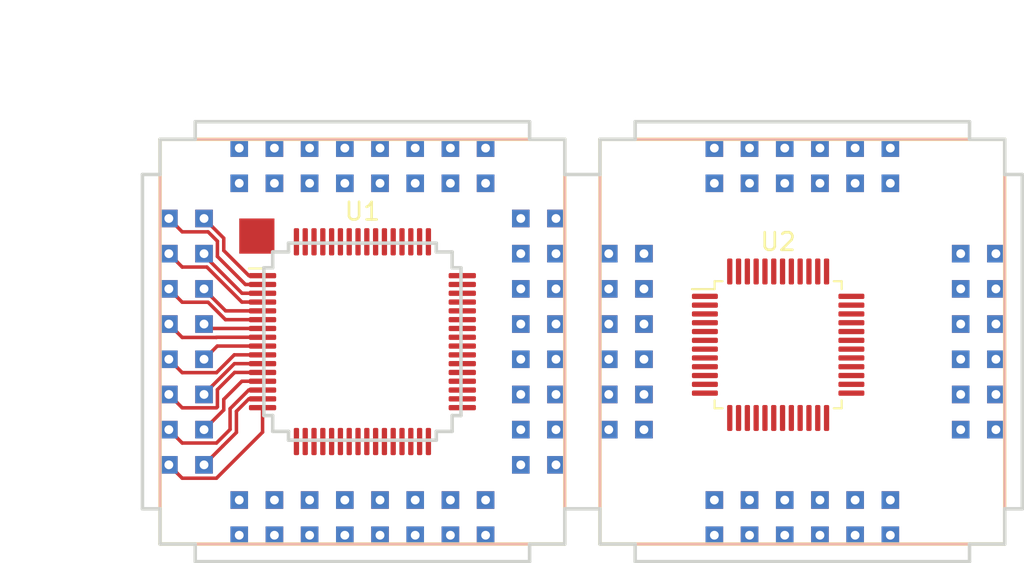
<source format=kicad_pcb>
(kicad_pcb (version 20171130) (host pcbnew 5.1.8)

  (general
    (thickness 1.6)
    (drawings 78)
    (tracks 66)
    (zones 0)
    (modules 11)
    (nets 114)
  )

  (page A4)
  (title_block
    (title "LQFP64-10x10mm-CLAMP PCB")
    (date 2020-11-15)
    (rev v0.1)
    (company sceext)
  )

  (layers
    (0 F.Cu mixed)
    (31 B.Cu mixed)
    (32 B.Adhes user)
    (33 F.Adhes user)
    (34 B.Paste user)
    (35 F.Paste user)
    (36 B.SilkS user)
    (37 F.SilkS user)
    (38 B.Mask user)
    (39 F.Mask user)
    (40 Dwgs.User user)
    (41 Cmts.User user)
    (42 Eco1.User user)
    (43 Eco2.User user)
    (44 Edge.Cuts user)
    (45 Margin user)
    (46 B.CrtYd user)
    (47 F.CrtYd user)
    (48 B.Fab user)
    (49 F.Fab user)
  )

  (setup
    (last_trace_width 0.16)
    (user_trace_width 0.2)
    (user_trace_width 0.3)
    (user_trace_width 0.4)
    (user_trace_width 0.5)
    (user_trace_width 1)
    (trace_clearance 0.16)
    (zone_clearance 0.508)
    (zone_45_only no)
    (trace_min 0.16)
    (via_size 0.6)
    (via_drill 0.3)
    (via_min_size 0.6)
    (via_min_drill 0.3)
    (user_via 0.6 0.3)
    (user_via 0.8 0.4)
    (user_via 1 0.5)
    (uvia_size 0.59)
    (uvia_drill 0.29)
    (uvias_allowed no)
    (uvia_min_size 0.59)
    (uvia_min_drill 0.29)
    (edge_width 0.2)
    (segment_width 0.16)
    (pcb_text_width 0.12)
    (pcb_text_size 0.5 1)
    (mod_edge_width 0.16)
    (mod_text_size 0.5 1)
    (mod_text_width 0.12)
    (pad_size 1.524 1.524)
    (pad_drill 0.762)
    (pad_to_mask_clearance 0)
    (aux_axis_origin 40.5 69.5)
    (grid_origin 65.5 57.5)
    (visible_elements FFFDFF7F)
    (pcbplotparams
      (layerselection 0x010fc_ffffffff)
      (usegerberextensions false)
      (usegerberattributes true)
      (usegerberadvancedattributes true)
      (creategerberjobfile true)
      (excludeedgelayer true)
      (linewidth 0.100000)
      (plotframeref false)
      (viasonmask false)
      (mode 1)
      (useauxorigin false)
      (hpglpennumber 1)
      (hpglpenspeed 20)
      (hpglpendiameter 15.000000)
      (psnegative false)
      (psa4output false)
      (plotreference true)
      (plotvalue true)
      (plotinvisibletext false)
      (padsonsilk false)
      (subtractmaskfromsilk false)
      (outputformat 1)
      (mirror false)
      (drillshape 1)
      (scaleselection 1)
      (outputdirectory ""))
  )

  (net 0 "")
  (net 1 GND)
  (net 2 /P116)
  (net 3 /P115)
  (net 4 /P114)
  (net 5 /P113)
  (net 6 /P112)
  (net 7 /P111)
  (net 8 /P110)
  (net 9 /P109)
  (net 10 /P108)
  (net 11 /P107)
  (net 12 /P106)
  (net 13 /P105)
  (net 14 /P104)
  (net 15 /P103)
  (net 16 /P102)
  (net 17 /P101)
  (net 18 /P132)
  (net 19 /P131)
  (net 20 /P130)
  (net 21 /P129)
  (net 22 /P128)
  (net 23 /P127)
  (net 24 /P126)
  (net 25 /P125)
  (net 26 /P124)
  (net 27 /P123)
  (net 28 /P122)
  (net 29 /P121)
  (net 30 /P120)
  (net 31 /P119)
  (net 32 /P118)
  (net 33 /P117)
  (net 34 /P148)
  (net 35 /P147)
  (net 36 /P146)
  (net 37 /P145)
  (net 38 /P144)
  (net 39 /P143)
  (net 40 /P142)
  (net 41 /P141)
  (net 42 /P140)
  (net 43 /P139)
  (net 44 /P138)
  (net 45 /P137)
  (net 46 /P136)
  (net 47 /P135)
  (net 48 /P134)
  (net 49 /P133)
  (net 50 /P164)
  (net 51 /P163)
  (net 52 /P162)
  (net 53 /P161)
  (net 54 /P160)
  (net 55 /P159)
  (net 56 /P158)
  (net 57 /P157)
  (net 58 /P156)
  (net 59 /P155)
  (net 60 /P154)
  (net 61 /P153)
  (net 62 /P152)
  (net 63 /P151)
  (net 64 /P150)
  (net 65 /P149)
  (net 66 /P212)
  (net 67 /P211)
  (net 68 /P210)
  (net 69 /P209)
  (net 70 /P208)
  (net 71 /P207)
  (net 72 /P206)
  (net 73 /P205)
  (net 74 /P204)
  (net 75 /P203)
  (net 76 /P202)
  (net 77 /P201)
  (net 78 /P224)
  (net 79 /P223)
  (net 80 /P222)
  (net 81 /P221)
  (net 82 /P220)
  (net 83 /P219)
  (net 84 /P218)
  (net 85 /P217)
  (net 86 /P216)
  (net 87 /P215)
  (net 88 /P214)
  (net 89 /P213)
  (net 90 /P236)
  (net 91 /P235)
  (net 92 /P234)
  (net 93 /P233)
  (net 94 /P232)
  (net 95 /P231)
  (net 96 /P230)
  (net 97 /P229)
  (net 98 /P228)
  (net 99 /P227)
  (net 100 /P226)
  (net 101 /P225)
  (net 102 /P248)
  (net 103 /P247)
  (net 104 /P246)
  (net 105 /P245)
  (net 106 /P244)
  (net 107 /P243)
  (net 108 /P242)
  (net 109 /P241)
  (net 110 /P240)
  (net 111 /P239)
  (net 112 /P238)
  (net 113 /P237)

  (net_class Default "This is the default net class."
    (clearance 0.16)
    (trace_width 0.16)
    (via_dia 0.6)
    (via_drill 0.3)
    (uvia_dia 0.59)
    (uvia_drill 0.29)
    (diff_pair_width 0.16)
    (diff_pair_gap 0.16)
    (add_net /P101)
    (add_net /P102)
    (add_net /P103)
    (add_net /P104)
    (add_net /P105)
    (add_net /P106)
    (add_net /P107)
    (add_net /P108)
    (add_net /P109)
    (add_net /P110)
    (add_net /P111)
    (add_net /P112)
    (add_net /P113)
    (add_net /P114)
    (add_net /P115)
    (add_net /P116)
    (add_net /P117)
    (add_net /P118)
    (add_net /P119)
    (add_net /P120)
    (add_net /P121)
    (add_net /P122)
    (add_net /P123)
    (add_net /P124)
    (add_net /P125)
    (add_net /P126)
    (add_net /P127)
    (add_net /P128)
    (add_net /P129)
    (add_net /P130)
    (add_net /P131)
    (add_net /P132)
    (add_net /P133)
    (add_net /P134)
    (add_net /P135)
    (add_net /P136)
    (add_net /P137)
    (add_net /P138)
    (add_net /P139)
    (add_net /P140)
    (add_net /P141)
    (add_net /P142)
    (add_net /P143)
    (add_net /P144)
    (add_net /P145)
    (add_net /P146)
    (add_net /P147)
    (add_net /P148)
    (add_net /P149)
    (add_net /P150)
    (add_net /P151)
    (add_net /P152)
    (add_net /P153)
    (add_net /P154)
    (add_net /P155)
    (add_net /P156)
    (add_net /P157)
    (add_net /P158)
    (add_net /P159)
    (add_net /P160)
    (add_net /P161)
    (add_net /P162)
    (add_net /P163)
    (add_net /P164)
    (add_net /P201)
    (add_net /P202)
    (add_net /P203)
    (add_net /P204)
    (add_net /P205)
    (add_net /P206)
    (add_net /P207)
    (add_net /P208)
    (add_net /P209)
    (add_net /P210)
    (add_net /P211)
    (add_net /P212)
    (add_net /P213)
    (add_net /P214)
    (add_net /P215)
    (add_net /P216)
    (add_net /P217)
    (add_net /P218)
    (add_net /P219)
    (add_net /P220)
    (add_net /P221)
    (add_net /P222)
    (add_net /P223)
    (add_net /P224)
    (add_net /P225)
    (add_net /P226)
    (add_net /P227)
    (add_net /P228)
    (add_net /P229)
    (add_net /P230)
    (add_net /P231)
    (add_net /P232)
    (add_net /P233)
    (add_net /P234)
    (add_net /P235)
    (add_net /P236)
    (add_net /P237)
    (add_net /P238)
    (add_net /P239)
    (add_net /P240)
    (add_net /P241)
    (add_net /P242)
    (add_net /P243)
    (add_net /P244)
    (add_net /P245)
    (add_net /P246)
    (add_net /P247)
    (add_net /P248)
    (add_net GND)
  )

  (module Package_QFP:LQFP-48_7x7mm_P0.5mm (layer F.Cu) (tedit 5D9F72AF) (tstamp 5FB004B7)
    (at 76.625001 57.175001)
    (descr "LQFP, 48 Pin (https://www.analog.com/media/en/technical-documentation/data-sheets/ltc2358-16.pdf), generated with kicad-footprint-generator ipc_gullwing_generator.py")
    (tags "LQFP QFP")
    (path /5FB09D17)
    (attr smd)
    (fp_text reference U2 (at 0 -5.85) (layer F.SilkS)
      (effects (font (size 1 1) (thickness 0.15)))
    )
    (fp_text value LQFP48-G (at 0 5.85) (layer F.Fab)
      (effects (font (size 1 1) (thickness 0.15)))
    )
    (fp_text user %R (at 0 0) (layer F.Fab)
      (effects (font (size 1 1) (thickness 0.15)))
    )
    (fp_line (start 3.16 3.61) (end 3.61 3.61) (layer F.SilkS) (width 0.12))
    (fp_line (start 3.61 3.61) (end 3.61 3.16) (layer F.SilkS) (width 0.12))
    (fp_line (start -3.16 3.61) (end -3.61 3.61) (layer F.SilkS) (width 0.12))
    (fp_line (start -3.61 3.61) (end -3.61 3.16) (layer F.SilkS) (width 0.12))
    (fp_line (start 3.16 -3.61) (end 3.61 -3.61) (layer F.SilkS) (width 0.12))
    (fp_line (start 3.61 -3.61) (end 3.61 -3.16) (layer F.SilkS) (width 0.12))
    (fp_line (start -3.16 -3.61) (end -3.61 -3.61) (layer F.SilkS) (width 0.12))
    (fp_line (start -3.61 -3.61) (end -3.61 -3.16) (layer F.SilkS) (width 0.12))
    (fp_line (start -3.61 -3.16) (end -4.9 -3.16) (layer F.SilkS) (width 0.12))
    (fp_line (start -2.5 -3.5) (end 3.5 -3.5) (layer F.Fab) (width 0.1))
    (fp_line (start 3.5 -3.5) (end 3.5 3.5) (layer F.Fab) (width 0.1))
    (fp_line (start 3.5 3.5) (end -3.5 3.5) (layer F.Fab) (width 0.1))
    (fp_line (start -3.5 3.5) (end -3.5 -2.5) (layer F.Fab) (width 0.1))
    (fp_line (start -3.5 -2.5) (end -2.5 -3.5) (layer F.Fab) (width 0.1))
    (fp_line (start 0 -5.15) (end -3.15 -5.15) (layer F.CrtYd) (width 0.05))
    (fp_line (start -3.15 -5.15) (end -3.15 -3.75) (layer F.CrtYd) (width 0.05))
    (fp_line (start -3.15 -3.75) (end -3.75 -3.75) (layer F.CrtYd) (width 0.05))
    (fp_line (start -3.75 -3.75) (end -3.75 -3.15) (layer F.CrtYd) (width 0.05))
    (fp_line (start -3.75 -3.15) (end -5.15 -3.15) (layer F.CrtYd) (width 0.05))
    (fp_line (start -5.15 -3.15) (end -5.15 0) (layer F.CrtYd) (width 0.05))
    (fp_line (start 0 -5.15) (end 3.15 -5.15) (layer F.CrtYd) (width 0.05))
    (fp_line (start 3.15 -5.15) (end 3.15 -3.75) (layer F.CrtYd) (width 0.05))
    (fp_line (start 3.15 -3.75) (end 3.75 -3.75) (layer F.CrtYd) (width 0.05))
    (fp_line (start 3.75 -3.75) (end 3.75 -3.15) (layer F.CrtYd) (width 0.05))
    (fp_line (start 3.75 -3.15) (end 5.15 -3.15) (layer F.CrtYd) (width 0.05))
    (fp_line (start 5.15 -3.15) (end 5.15 0) (layer F.CrtYd) (width 0.05))
    (fp_line (start 0 5.15) (end -3.15 5.15) (layer F.CrtYd) (width 0.05))
    (fp_line (start -3.15 5.15) (end -3.15 3.75) (layer F.CrtYd) (width 0.05))
    (fp_line (start -3.15 3.75) (end -3.75 3.75) (layer F.CrtYd) (width 0.05))
    (fp_line (start -3.75 3.75) (end -3.75 3.15) (layer F.CrtYd) (width 0.05))
    (fp_line (start -3.75 3.15) (end -5.15 3.15) (layer F.CrtYd) (width 0.05))
    (fp_line (start -5.15 3.15) (end -5.15 0) (layer F.CrtYd) (width 0.05))
    (fp_line (start 0 5.15) (end 3.15 5.15) (layer F.CrtYd) (width 0.05))
    (fp_line (start 3.15 5.15) (end 3.15 3.75) (layer F.CrtYd) (width 0.05))
    (fp_line (start 3.15 3.75) (end 3.75 3.75) (layer F.CrtYd) (width 0.05))
    (fp_line (start 3.75 3.75) (end 3.75 3.15) (layer F.CrtYd) (width 0.05))
    (fp_line (start 3.75 3.15) (end 5.15 3.15) (layer F.CrtYd) (width 0.05))
    (fp_line (start 5.15 3.15) (end 5.15 0) (layer F.CrtYd) (width 0.05))
    (pad 48 smd roundrect (at -2.75 -4.1625) (size 0.3 1.475) (layers F.Cu F.Paste F.Mask) (roundrect_rratio 0.25)
      (net 102 /P248))
    (pad 47 smd roundrect (at -2.25 -4.1625) (size 0.3 1.475) (layers F.Cu F.Paste F.Mask) (roundrect_rratio 0.25)
      (net 103 /P247))
    (pad 46 smd roundrect (at -1.75 -4.1625) (size 0.3 1.475) (layers F.Cu F.Paste F.Mask) (roundrect_rratio 0.25)
      (net 104 /P246))
    (pad 45 smd roundrect (at -1.25 -4.1625) (size 0.3 1.475) (layers F.Cu F.Paste F.Mask) (roundrect_rratio 0.25)
      (net 105 /P245))
    (pad 44 smd roundrect (at -0.75 -4.1625) (size 0.3 1.475) (layers F.Cu F.Paste F.Mask) (roundrect_rratio 0.25)
      (net 106 /P244))
    (pad 43 smd roundrect (at -0.25 -4.1625) (size 0.3 1.475) (layers F.Cu F.Paste F.Mask) (roundrect_rratio 0.25)
      (net 107 /P243))
    (pad 42 smd roundrect (at 0.25 -4.1625) (size 0.3 1.475) (layers F.Cu F.Paste F.Mask) (roundrect_rratio 0.25)
      (net 108 /P242))
    (pad 41 smd roundrect (at 0.75 -4.1625) (size 0.3 1.475) (layers F.Cu F.Paste F.Mask) (roundrect_rratio 0.25)
      (net 109 /P241))
    (pad 40 smd roundrect (at 1.25 -4.1625) (size 0.3 1.475) (layers F.Cu F.Paste F.Mask) (roundrect_rratio 0.25)
      (net 110 /P240))
    (pad 39 smd roundrect (at 1.75 -4.1625) (size 0.3 1.475) (layers F.Cu F.Paste F.Mask) (roundrect_rratio 0.25)
      (net 111 /P239))
    (pad 38 smd roundrect (at 2.25 -4.1625) (size 0.3 1.475) (layers F.Cu F.Paste F.Mask) (roundrect_rratio 0.25)
      (net 112 /P238))
    (pad 37 smd roundrect (at 2.75 -4.1625) (size 0.3 1.475) (layers F.Cu F.Paste F.Mask) (roundrect_rratio 0.25)
      (net 113 /P237))
    (pad 36 smd roundrect (at 4.1625 -2.75) (size 1.475 0.3) (layers F.Cu F.Paste F.Mask) (roundrect_rratio 0.25)
      (net 90 /P236))
    (pad 35 smd roundrect (at 4.1625 -2.25) (size 1.475 0.3) (layers F.Cu F.Paste F.Mask) (roundrect_rratio 0.25)
      (net 91 /P235))
    (pad 34 smd roundrect (at 4.1625 -1.75) (size 1.475 0.3) (layers F.Cu F.Paste F.Mask) (roundrect_rratio 0.25)
      (net 92 /P234))
    (pad 33 smd roundrect (at 4.1625 -1.25) (size 1.475 0.3) (layers F.Cu F.Paste F.Mask) (roundrect_rratio 0.25)
      (net 93 /P233))
    (pad 32 smd roundrect (at 4.1625 -0.75) (size 1.475 0.3) (layers F.Cu F.Paste F.Mask) (roundrect_rratio 0.25)
      (net 94 /P232))
    (pad 31 smd roundrect (at 4.1625 -0.25) (size 1.475 0.3) (layers F.Cu F.Paste F.Mask) (roundrect_rratio 0.25)
      (net 95 /P231))
    (pad 30 smd roundrect (at 4.1625 0.25) (size 1.475 0.3) (layers F.Cu F.Paste F.Mask) (roundrect_rratio 0.25)
      (net 96 /P230))
    (pad 29 smd roundrect (at 4.1625 0.75) (size 1.475 0.3) (layers F.Cu F.Paste F.Mask) (roundrect_rratio 0.25)
      (net 97 /P229))
    (pad 28 smd roundrect (at 4.1625 1.25) (size 1.475 0.3) (layers F.Cu F.Paste F.Mask) (roundrect_rratio 0.25)
      (net 98 /P228))
    (pad 27 smd roundrect (at 4.1625 1.75) (size 1.475 0.3) (layers F.Cu F.Paste F.Mask) (roundrect_rratio 0.25)
      (net 99 /P227))
    (pad 26 smd roundrect (at 4.1625 2.25) (size 1.475 0.3) (layers F.Cu F.Paste F.Mask) (roundrect_rratio 0.25)
      (net 100 /P226))
    (pad 25 smd roundrect (at 4.1625 2.75) (size 1.475 0.3) (layers F.Cu F.Paste F.Mask) (roundrect_rratio 0.25)
      (net 101 /P225))
    (pad 24 smd roundrect (at 2.75 4.1625) (size 0.3 1.475) (layers F.Cu F.Paste F.Mask) (roundrect_rratio 0.25)
      (net 78 /P224))
    (pad 23 smd roundrect (at 2.25 4.1625) (size 0.3 1.475) (layers F.Cu F.Paste F.Mask) (roundrect_rratio 0.25)
      (net 79 /P223))
    (pad 22 smd roundrect (at 1.75 4.1625) (size 0.3 1.475) (layers F.Cu F.Paste F.Mask) (roundrect_rratio 0.25)
      (net 80 /P222))
    (pad 21 smd roundrect (at 1.25 4.1625) (size 0.3 1.475) (layers F.Cu F.Paste F.Mask) (roundrect_rratio 0.25)
      (net 81 /P221))
    (pad 20 smd roundrect (at 0.75 4.1625) (size 0.3 1.475) (layers F.Cu F.Paste F.Mask) (roundrect_rratio 0.25)
      (net 82 /P220))
    (pad 19 smd roundrect (at 0.25 4.1625) (size 0.3 1.475) (layers F.Cu F.Paste F.Mask) (roundrect_rratio 0.25)
      (net 83 /P219))
    (pad 18 smd roundrect (at -0.25 4.1625) (size 0.3 1.475) (layers F.Cu F.Paste F.Mask) (roundrect_rratio 0.25)
      (net 84 /P218))
    (pad 17 smd roundrect (at -0.75 4.1625) (size 0.3 1.475) (layers F.Cu F.Paste F.Mask) (roundrect_rratio 0.25)
      (net 85 /P217))
    (pad 16 smd roundrect (at -1.25 4.1625) (size 0.3 1.475) (layers F.Cu F.Paste F.Mask) (roundrect_rratio 0.25)
      (net 86 /P216))
    (pad 15 smd roundrect (at -1.75 4.1625) (size 0.3 1.475) (layers F.Cu F.Paste F.Mask) (roundrect_rratio 0.25)
      (net 87 /P215))
    (pad 14 smd roundrect (at -2.25 4.1625) (size 0.3 1.475) (layers F.Cu F.Paste F.Mask) (roundrect_rratio 0.25)
      (net 88 /P214))
    (pad 13 smd roundrect (at -2.75 4.1625) (size 0.3 1.475) (layers F.Cu F.Paste F.Mask) (roundrect_rratio 0.25)
      (net 89 /P213))
    (pad 12 smd roundrect (at -4.1625 2.75) (size 1.475 0.3) (layers F.Cu F.Paste F.Mask) (roundrect_rratio 0.25)
      (net 66 /P212))
    (pad 11 smd roundrect (at -4.1625 2.25) (size 1.475 0.3) (layers F.Cu F.Paste F.Mask) (roundrect_rratio 0.25)
      (net 67 /P211))
    (pad 10 smd roundrect (at -4.1625 1.75) (size 1.475 0.3) (layers F.Cu F.Paste F.Mask) (roundrect_rratio 0.25)
      (net 68 /P210))
    (pad 9 smd roundrect (at -4.1625 1.25) (size 1.475 0.3) (layers F.Cu F.Paste F.Mask) (roundrect_rratio 0.25)
      (net 69 /P209))
    (pad 8 smd roundrect (at -4.1625 0.75) (size 1.475 0.3) (layers F.Cu F.Paste F.Mask) (roundrect_rratio 0.25)
      (net 70 /P208))
    (pad 7 smd roundrect (at -4.1625 0.25) (size 1.475 0.3) (layers F.Cu F.Paste F.Mask) (roundrect_rratio 0.25)
      (net 71 /P207))
    (pad 6 smd roundrect (at -4.1625 -0.25) (size 1.475 0.3) (layers F.Cu F.Paste F.Mask) (roundrect_rratio 0.25)
      (net 72 /P206))
    (pad 5 smd roundrect (at -4.1625 -0.75) (size 1.475 0.3) (layers F.Cu F.Paste F.Mask) (roundrect_rratio 0.25)
      (net 73 /P205))
    (pad 4 smd roundrect (at -4.1625 -1.25) (size 1.475 0.3) (layers F.Cu F.Paste F.Mask) (roundrect_rratio 0.25)
      (net 74 /P204))
    (pad 3 smd roundrect (at -4.1625 -1.75) (size 1.475 0.3) (layers F.Cu F.Paste F.Mask) (roundrect_rratio 0.25)
      (net 75 /P203))
    (pad 2 smd roundrect (at -4.1625 -2.25) (size 1.475 0.3) (layers F.Cu F.Paste F.Mask) (roundrect_rratio 0.25)
      (net 76 /P202))
    (pad 1 smd roundrect (at -4.1625 -2.75) (size 1.475 0.3) (layers F.Cu F.Paste F.Mask) (roundrect_rratio 0.25)
      (net 77 /P201))
    (model ${KISYS3DMOD}/Package_QFP.3dshapes/LQFP-48_7x7mm_P0.5mm.wrl
      (at (xyz 0 0 0))
      (scale (xyz 1 1 1))
      (rotate (xyz 0 0 0))
    )
  )

  (module Package_QFP:LQFP-64_10x10mm_P0.5mm (layer F.Cu) (tedit 5D9F72AF) (tstamp 5FB0045C)
    (at 53 57)
    (descr "LQFP, 64 Pin (https://www.analog.com/media/en/technical-documentation/data-sheets/ad7606_7606-6_7606-4.pdf), generated with kicad-footprint-generator ipc_gullwing_generator.py")
    (tags "LQFP QFP")
    (path /5FB0888A)
    (attr smd)
    (fp_text reference U1 (at 0 -7.4) (layer F.SilkS)
      (effects (font (size 1 1) (thickness 0.15)))
    )
    (fp_text value LQFP64-G (at 0 7.4) (layer F.Fab)
      (effects (font (size 1 1) (thickness 0.15)))
    )
    (fp_text user %R (at 0 0) (layer F.Fab)
      (effects (font (size 1 1) (thickness 0.15)))
    )
    (fp_line (start 4.16 5.11) (end 5.11 5.11) (layer F.SilkS) (width 0.12))
    (fp_line (start 5.11 5.11) (end 5.11 4.16) (layer F.SilkS) (width 0.12))
    (fp_line (start -4.16 5.11) (end -5.11 5.11) (layer F.SilkS) (width 0.12))
    (fp_line (start -5.11 5.11) (end -5.11 4.16) (layer F.SilkS) (width 0.12))
    (fp_line (start 4.16 -5.11) (end 5.11 -5.11) (layer F.SilkS) (width 0.12))
    (fp_line (start 5.11 -5.11) (end 5.11 -4.16) (layer F.SilkS) (width 0.12))
    (fp_line (start -4.16 -5.11) (end -5.11 -5.11) (layer F.SilkS) (width 0.12))
    (fp_line (start -5.11 -5.11) (end -5.11 -4.16) (layer F.SilkS) (width 0.12))
    (fp_line (start -5.11 -4.16) (end -6.45 -4.16) (layer F.SilkS) (width 0.12))
    (fp_line (start -4 -5) (end 5 -5) (layer F.Fab) (width 0.1))
    (fp_line (start 5 -5) (end 5 5) (layer F.Fab) (width 0.1))
    (fp_line (start 5 5) (end -5 5) (layer F.Fab) (width 0.1))
    (fp_line (start -5 5) (end -5 -4) (layer F.Fab) (width 0.1))
    (fp_line (start -5 -4) (end -4 -5) (layer F.Fab) (width 0.1))
    (fp_line (start 0 -6.7) (end -4.15 -6.7) (layer F.CrtYd) (width 0.05))
    (fp_line (start -4.15 -6.7) (end -4.15 -5.25) (layer F.CrtYd) (width 0.05))
    (fp_line (start -4.15 -5.25) (end -5.25 -5.25) (layer F.CrtYd) (width 0.05))
    (fp_line (start -5.25 -5.25) (end -5.25 -4.15) (layer F.CrtYd) (width 0.05))
    (fp_line (start -5.25 -4.15) (end -6.7 -4.15) (layer F.CrtYd) (width 0.05))
    (fp_line (start -6.7 -4.15) (end -6.7 0) (layer F.CrtYd) (width 0.05))
    (fp_line (start 0 -6.7) (end 4.15 -6.7) (layer F.CrtYd) (width 0.05))
    (fp_line (start 4.15 -6.7) (end 4.15 -5.25) (layer F.CrtYd) (width 0.05))
    (fp_line (start 4.15 -5.25) (end 5.25 -5.25) (layer F.CrtYd) (width 0.05))
    (fp_line (start 5.25 -5.25) (end 5.25 -4.15) (layer F.CrtYd) (width 0.05))
    (fp_line (start 5.25 -4.15) (end 6.7 -4.15) (layer F.CrtYd) (width 0.05))
    (fp_line (start 6.7 -4.15) (end 6.7 0) (layer F.CrtYd) (width 0.05))
    (fp_line (start 0 6.7) (end -4.15 6.7) (layer F.CrtYd) (width 0.05))
    (fp_line (start -4.15 6.7) (end -4.15 5.25) (layer F.CrtYd) (width 0.05))
    (fp_line (start -4.15 5.25) (end -5.25 5.25) (layer F.CrtYd) (width 0.05))
    (fp_line (start -5.25 5.25) (end -5.25 4.15) (layer F.CrtYd) (width 0.05))
    (fp_line (start -5.25 4.15) (end -6.7 4.15) (layer F.CrtYd) (width 0.05))
    (fp_line (start -6.7 4.15) (end -6.7 0) (layer F.CrtYd) (width 0.05))
    (fp_line (start 0 6.7) (end 4.15 6.7) (layer F.CrtYd) (width 0.05))
    (fp_line (start 4.15 6.7) (end 4.15 5.25) (layer F.CrtYd) (width 0.05))
    (fp_line (start 4.15 5.25) (end 5.25 5.25) (layer F.CrtYd) (width 0.05))
    (fp_line (start 5.25 5.25) (end 5.25 4.15) (layer F.CrtYd) (width 0.05))
    (fp_line (start 5.25 4.15) (end 6.7 4.15) (layer F.CrtYd) (width 0.05))
    (fp_line (start 6.7 4.15) (end 6.7 0) (layer F.CrtYd) (width 0.05))
    (pad 64 smd roundrect (at -3.75 -5.675) (size 0.3 1.55) (layers F.Cu F.Paste F.Mask) (roundrect_rratio 0.25)
      (net 50 /P164))
    (pad 63 smd roundrect (at -3.25 -5.675) (size 0.3 1.55) (layers F.Cu F.Paste F.Mask) (roundrect_rratio 0.25)
      (net 51 /P163))
    (pad 62 smd roundrect (at -2.75 -5.675) (size 0.3 1.55) (layers F.Cu F.Paste F.Mask) (roundrect_rratio 0.25)
      (net 52 /P162))
    (pad 61 smd roundrect (at -2.25 -5.675) (size 0.3 1.55) (layers F.Cu F.Paste F.Mask) (roundrect_rratio 0.25)
      (net 53 /P161))
    (pad 60 smd roundrect (at -1.75 -5.675) (size 0.3 1.55) (layers F.Cu F.Paste F.Mask) (roundrect_rratio 0.25)
      (net 54 /P160))
    (pad 59 smd roundrect (at -1.25 -5.675) (size 0.3 1.55) (layers F.Cu F.Paste F.Mask) (roundrect_rratio 0.25)
      (net 55 /P159))
    (pad 58 smd roundrect (at -0.75 -5.675) (size 0.3 1.55) (layers F.Cu F.Paste F.Mask) (roundrect_rratio 0.25)
      (net 56 /P158))
    (pad 57 smd roundrect (at -0.25 -5.675) (size 0.3 1.55) (layers F.Cu F.Paste F.Mask) (roundrect_rratio 0.25)
      (net 57 /P157))
    (pad 56 smd roundrect (at 0.25 -5.675) (size 0.3 1.55) (layers F.Cu F.Paste F.Mask) (roundrect_rratio 0.25)
      (net 58 /P156))
    (pad 55 smd roundrect (at 0.75 -5.675) (size 0.3 1.55) (layers F.Cu F.Paste F.Mask) (roundrect_rratio 0.25)
      (net 59 /P155))
    (pad 54 smd roundrect (at 1.25 -5.675) (size 0.3 1.55) (layers F.Cu F.Paste F.Mask) (roundrect_rratio 0.25)
      (net 60 /P154))
    (pad 53 smd roundrect (at 1.75 -5.675) (size 0.3 1.55) (layers F.Cu F.Paste F.Mask) (roundrect_rratio 0.25)
      (net 61 /P153))
    (pad 52 smd roundrect (at 2.25 -5.675) (size 0.3 1.55) (layers F.Cu F.Paste F.Mask) (roundrect_rratio 0.25)
      (net 62 /P152))
    (pad 51 smd roundrect (at 2.75 -5.675) (size 0.3 1.55) (layers F.Cu F.Paste F.Mask) (roundrect_rratio 0.25)
      (net 63 /P151))
    (pad 50 smd roundrect (at 3.25 -5.675) (size 0.3 1.55) (layers F.Cu F.Paste F.Mask) (roundrect_rratio 0.25)
      (net 64 /P150))
    (pad 49 smd roundrect (at 3.75 -5.675) (size 0.3 1.55) (layers F.Cu F.Paste F.Mask) (roundrect_rratio 0.25)
      (net 65 /P149))
    (pad 48 smd roundrect (at 5.675 -3.75) (size 1.55 0.3) (layers F.Cu F.Paste F.Mask) (roundrect_rratio 0.25)
      (net 34 /P148))
    (pad 47 smd roundrect (at 5.675 -3.25) (size 1.55 0.3) (layers F.Cu F.Paste F.Mask) (roundrect_rratio 0.25)
      (net 35 /P147))
    (pad 46 smd roundrect (at 5.675 -2.75) (size 1.55 0.3) (layers F.Cu F.Paste F.Mask) (roundrect_rratio 0.25)
      (net 36 /P146))
    (pad 45 smd roundrect (at 5.675 -2.25) (size 1.55 0.3) (layers F.Cu F.Paste F.Mask) (roundrect_rratio 0.25)
      (net 37 /P145))
    (pad 44 smd roundrect (at 5.675 -1.75) (size 1.55 0.3) (layers F.Cu F.Paste F.Mask) (roundrect_rratio 0.25)
      (net 38 /P144))
    (pad 43 smd roundrect (at 5.675 -1.25) (size 1.55 0.3) (layers F.Cu F.Paste F.Mask) (roundrect_rratio 0.25)
      (net 39 /P143))
    (pad 42 smd roundrect (at 5.675 -0.75) (size 1.55 0.3) (layers F.Cu F.Paste F.Mask) (roundrect_rratio 0.25)
      (net 40 /P142))
    (pad 41 smd roundrect (at 5.675 -0.25) (size 1.55 0.3) (layers F.Cu F.Paste F.Mask) (roundrect_rratio 0.25)
      (net 41 /P141))
    (pad 40 smd roundrect (at 5.675 0.25) (size 1.55 0.3) (layers F.Cu F.Paste F.Mask) (roundrect_rratio 0.25)
      (net 42 /P140))
    (pad 39 smd roundrect (at 5.675 0.75) (size 1.55 0.3) (layers F.Cu F.Paste F.Mask) (roundrect_rratio 0.25)
      (net 43 /P139))
    (pad 38 smd roundrect (at 5.675 1.25) (size 1.55 0.3) (layers F.Cu F.Paste F.Mask) (roundrect_rratio 0.25)
      (net 44 /P138))
    (pad 37 smd roundrect (at 5.675 1.75) (size 1.55 0.3) (layers F.Cu F.Paste F.Mask) (roundrect_rratio 0.25)
      (net 45 /P137))
    (pad 36 smd roundrect (at 5.675 2.25) (size 1.55 0.3) (layers F.Cu F.Paste F.Mask) (roundrect_rratio 0.25)
      (net 46 /P136))
    (pad 35 smd roundrect (at 5.675 2.75) (size 1.55 0.3) (layers F.Cu F.Paste F.Mask) (roundrect_rratio 0.25)
      (net 47 /P135))
    (pad 34 smd roundrect (at 5.675 3.25) (size 1.55 0.3) (layers F.Cu F.Paste F.Mask) (roundrect_rratio 0.25)
      (net 48 /P134))
    (pad 33 smd roundrect (at 5.675 3.75) (size 1.55 0.3) (layers F.Cu F.Paste F.Mask) (roundrect_rratio 0.25)
      (net 49 /P133))
    (pad 32 smd roundrect (at 3.75 5.675) (size 0.3 1.55) (layers F.Cu F.Paste F.Mask) (roundrect_rratio 0.25)
      (net 18 /P132))
    (pad 31 smd roundrect (at 3.25 5.675) (size 0.3 1.55) (layers F.Cu F.Paste F.Mask) (roundrect_rratio 0.25)
      (net 19 /P131))
    (pad 30 smd roundrect (at 2.75 5.675) (size 0.3 1.55) (layers F.Cu F.Paste F.Mask) (roundrect_rratio 0.25)
      (net 20 /P130))
    (pad 29 smd roundrect (at 2.25 5.675) (size 0.3 1.55) (layers F.Cu F.Paste F.Mask) (roundrect_rratio 0.25)
      (net 21 /P129))
    (pad 28 smd roundrect (at 1.75 5.675) (size 0.3 1.55) (layers F.Cu F.Paste F.Mask) (roundrect_rratio 0.25)
      (net 22 /P128))
    (pad 27 smd roundrect (at 1.25 5.675) (size 0.3 1.55) (layers F.Cu F.Paste F.Mask) (roundrect_rratio 0.25)
      (net 23 /P127))
    (pad 26 smd roundrect (at 0.75 5.675) (size 0.3 1.55) (layers F.Cu F.Paste F.Mask) (roundrect_rratio 0.25)
      (net 24 /P126))
    (pad 25 smd roundrect (at 0.25 5.675) (size 0.3 1.55) (layers F.Cu F.Paste F.Mask) (roundrect_rratio 0.25)
      (net 25 /P125))
    (pad 24 smd roundrect (at -0.25 5.675) (size 0.3 1.55) (layers F.Cu F.Paste F.Mask) (roundrect_rratio 0.25)
      (net 26 /P124))
    (pad 23 smd roundrect (at -0.75 5.675) (size 0.3 1.55) (layers F.Cu F.Paste F.Mask) (roundrect_rratio 0.25)
      (net 27 /P123))
    (pad 22 smd roundrect (at -1.25 5.675) (size 0.3 1.55) (layers F.Cu F.Paste F.Mask) (roundrect_rratio 0.25)
      (net 28 /P122))
    (pad 21 smd roundrect (at -1.75 5.675) (size 0.3 1.55) (layers F.Cu F.Paste F.Mask) (roundrect_rratio 0.25)
      (net 29 /P121))
    (pad 20 smd roundrect (at -2.25 5.675) (size 0.3 1.55) (layers F.Cu F.Paste F.Mask) (roundrect_rratio 0.25)
      (net 30 /P120))
    (pad 19 smd roundrect (at -2.75 5.675) (size 0.3 1.55) (layers F.Cu F.Paste F.Mask) (roundrect_rratio 0.25)
      (net 31 /P119))
    (pad 18 smd roundrect (at -3.25 5.675) (size 0.3 1.55) (layers F.Cu F.Paste F.Mask) (roundrect_rratio 0.25)
      (net 32 /P118))
    (pad 17 smd roundrect (at -3.75 5.675) (size 0.3 1.55) (layers F.Cu F.Paste F.Mask) (roundrect_rratio 0.25)
      (net 33 /P117))
    (pad 16 smd roundrect (at -5.675 3.75) (size 1.55 0.3) (layers F.Cu F.Paste F.Mask) (roundrect_rratio 0.25)
      (net 2 /P116))
    (pad 15 smd roundrect (at -5.675 3.25) (size 1.55 0.3) (layers F.Cu F.Paste F.Mask) (roundrect_rratio 0.25)
      (net 3 /P115))
    (pad 14 smd roundrect (at -5.675 2.75) (size 1.55 0.3) (layers F.Cu F.Paste F.Mask) (roundrect_rratio 0.25)
      (net 4 /P114))
    (pad 13 smd roundrect (at -5.675 2.25) (size 1.55 0.3) (layers F.Cu F.Paste F.Mask) (roundrect_rratio 0.25)
      (net 5 /P113))
    (pad 12 smd roundrect (at -5.675 1.75) (size 1.55 0.3) (layers F.Cu F.Paste F.Mask) (roundrect_rratio 0.25)
      (net 6 /P112))
    (pad 11 smd roundrect (at -5.675 1.25) (size 1.55 0.3) (layers F.Cu F.Paste F.Mask) (roundrect_rratio 0.25)
      (net 7 /P111))
    (pad 10 smd roundrect (at -5.675 0.75) (size 1.55 0.3) (layers F.Cu F.Paste F.Mask) (roundrect_rratio 0.25)
      (net 8 /P110))
    (pad 9 smd roundrect (at -5.675 0.25) (size 1.55 0.3) (layers F.Cu F.Paste F.Mask) (roundrect_rratio 0.25)
      (net 9 /P109))
    (pad 8 smd roundrect (at -5.675 -0.25) (size 1.55 0.3) (layers F.Cu F.Paste F.Mask) (roundrect_rratio 0.25)
      (net 10 /P108))
    (pad 7 smd roundrect (at -5.675 -0.75) (size 1.55 0.3) (layers F.Cu F.Paste F.Mask) (roundrect_rratio 0.25)
      (net 11 /P107))
    (pad 6 smd roundrect (at -5.675 -1.25) (size 1.55 0.3) (layers F.Cu F.Paste F.Mask) (roundrect_rratio 0.25)
      (net 12 /P106))
    (pad 5 smd roundrect (at -5.675 -1.75) (size 1.55 0.3) (layers F.Cu F.Paste F.Mask) (roundrect_rratio 0.25)
      (net 13 /P105))
    (pad 4 smd roundrect (at -5.675 -2.25) (size 1.55 0.3) (layers F.Cu F.Paste F.Mask) (roundrect_rratio 0.25)
      (net 14 /P104))
    (pad 3 smd roundrect (at -5.675 -2.75) (size 1.55 0.3) (layers F.Cu F.Paste F.Mask) (roundrect_rratio 0.25)
      (net 15 /P103))
    (pad 2 smd roundrect (at -5.675 -3.25) (size 1.55 0.3) (layers F.Cu F.Paste F.Mask) (roundrect_rratio 0.25)
      (net 16 /P102))
    (pad 1 smd roundrect (at -5.675 -3.75) (size 1.55 0.3) (layers F.Cu F.Paste F.Mask) (roundrect_rratio 0.25)
      (net 17 /P101))
    (model ${KISYS3DMOD}/Package_QFP.3dshapes/LQFP-64_10x10mm_P0.5mm.wrl
      (at (xyz 0 0 0))
      (scale (xyz 1 1 1))
      (rotate (xyz 0 0 0))
    )
  )

  (module fmlibf:JD_12P_2.0mm (layer F.Cu) (tedit 5FAD6EE3) (tstamp 5FADCE94)
    (at 78 47 180)
    (path /5FB0A88E)
    (fp_text reference J8 (at 0 2.5) (layer F.SilkS) hide
      (effects (font (size 1 1) (thickness 0.15)))
    )
    (fp_text value Conn_01x12 (at 0 -2.5) (layer F.Fab) hide
      (effects (font (size 1 1) (thickness 0.15)))
    )
    (fp_line (start -5.5 1.5) (end -5.5 -1.5) (layer B.CrtYd) (width 0.1))
    (fp_line (start 5.5 1.5) (end -5.5 1.5) (layer B.CrtYd) (width 0.1))
    (fp_line (start 5.5 -1.5) (end 5.5 1.5) (layer B.CrtYd) (width 0.1))
    (fp_line (start -5.5 -1.5) (end 5.5 -1.5) (layer B.CrtYd) (width 0.1))
    (fp_line (start -5.5 1.5) (end -5.5 -1.5) (layer F.CrtYd) (width 0.1))
    (fp_line (start 5.5 1.5) (end -5.5 1.5) (layer F.CrtYd) (width 0.1))
    (fp_line (start 5.5 -1.5) (end 5.5 1.5) (layer F.CrtYd) (width 0.1))
    (fp_line (start -5.5 -1.5) (end 5.5 -1.5) (layer F.CrtYd) (width 0.1))
    (pad 12 thru_hole rect (at 5 1 180) (size 1 1) (drill 0.5) (layers *.Cu *.Paste *.Mask)
      (net 102 /P248))
    (pad 11 thru_hole rect (at 5 -1 180) (size 1 1) (drill 0.5) (layers *.Cu *.Paste *.Mask)
      (net 103 /P247))
    (pad 10 thru_hole rect (at 3 1 180) (size 1 1) (drill 0.5) (layers *.Cu *.Paste *.Mask)
      (net 104 /P246))
    (pad 9 thru_hole rect (at 3 -1 180) (size 1 1) (drill 0.5) (layers *.Cu *.Paste *.Mask)
      (net 105 /P245))
    (pad 8 thru_hole rect (at 1 1 180) (size 1 1) (drill 0.5) (layers *.Cu *.Paste *.Mask)
      (net 106 /P244))
    (pad 7 thru_hole rect (at 1 -1 180) (size 1 1) (drill 0.5) (layers *.Cu *.Paste *.Mask)
      (net 107 /P243))
    (pad 6 thru_hole rect (at -1 1 180) (size 1 1) (drill 0.5) (layers *.Cu *.Paste *.Mask)
      (net 108 /P242))
    (pad 5 thru_hole rect (at -1 -1 180) (size 1 1) (drill 0.5) (layers *.Cu *.Paste *.Mask)
      (net 109 /P241))
    (pad 4 thru_hole rect (at -3 1 180) (size 1 1) (drill 0.5) (layers *.Cu *.Paste *.Mask)
      (net 110 /P240))
    (pad 3 thru_hole rect (at -3 -1 180) (size 1 1) (drill 0.5) (layers *.Cu *.Paste *.Mask)
      (net 111 /P239))
    (pad 2 thru_hole rect (at -5 1 180) (size 1 1) (drill 0.5) (layers *.Cu *.Paste *.Mask)
      (net 112 /P238))
    (pad 1 thru_hole rect (at -5 -1 180) (size 1 1) (drill 0.5) (layers *.Cu *.Paste *.Mask)
      (net 113 /P237))
  )

  (module fmlibf:JD_12P_2.0mm (layer F.Cu) (tedit 5FAD6EE3) (tstamp 5FADCE7C)
    (at 88 57 90)
    (path /5FB0A18C)
    (fp_text reference J7 (at 0 2.5 90) (layer F.SilkS) hide
      (effects (font (size 1 1) (thickness 0.15)))
    )
    (fp_text value Conn_01x12 (at 0 -2.5 90) (layer F.Fab) hide
      (effects (font (size 1 1) (thickness 0.15)))
    )
    (fp_line (start -5.5 1.5) (end -5.5 -1.5) (layer B.CrtYd) (width 0.1))
    (fp_line (start 5.5 1.5) (end -5.5 1.5) (layer B.CrtYd) (width 0.1))
    (fp_line (start 5.5 -1.5) (end 5.5 1.5) (layer B.CrtYd) (width 0.1))
    (fp_line (start -5.5 -1.5) (end 5.5 -1.5) (layer B.CrtYd) (width 0.1))
    (fp_line (start -5.5 1.5) (end -5.5 -1.5) (layer F.CrtYd) (width 0.1))
    (fp_line (start 5.5 1.5) (end -5.5 1.5) (layer F.CrtYd) (width 0.1))
    (fp_line (start 5.5 -1.5) (end 5.5 1.5) (layer F.CrtYd) (width 0.1))
    (fp_line (start -5.5 -1.5) (end 5.5 -1.5) (layer F.CrtYd) (width 0.1))
    (pad 12 thru_hole rect (at 5 1 90) (size 1 1) (drill 0.5) (layers *.Cu *.Paste *.Mask)
      (net 90 /P236))
    (pad 11 thru_hole rect (at 5 -1 90) (size 1 1) (drill 0.5) (layers *.Cu *.Paste *.Mask)
      (net 91 /P235))
    (pad 10 thru_hole rect (at 3 1 90) (size 1 1) (drill 0.5) (layers *.Cu *.Paste *.Mask)
      (net 92 /P234))
    (pad 9 thru_hole rect (at 3 -1 90) (size 1 1) (drill 0.5) (layers *.Cu *.Paste *.Mask)
      (net 93 /P233))
    (pad 8 thru_hole rect (at 1 1 90) (size 1 1) (drill 0.5) (layers *.Cu *.Paste *.Mask)
      (net 94 /P232))
    (pad 7 thru_hole rect (at 1 -1 90) (size 1 1) (drill 0.5) (layers *.Cu *.Paste *.Mask)
      (net 95 /P231))
    (pad 6 thru_hole rect (at -1 1 90) (size 1 1) (drill 0.5) (layers *.Cu *.Paste *.Mask)
      (net 96 /P230))
    (pad 5 thru_hole rect (at -1 -1 90) (size 1 1) (drill 0.5) (layers *.Cu *.Paste *.Mask)
      (net 97 /P229))
    (pad 4 thru_hole rect (at -3 1 90) (size 1 1) (drill 0.5) (layers *.Cu *.Paste *.Mask)
      (net 98 /P228))
    (pad 3 thru_hole rect (at -3 -1 90) (size 1 1) (drill 0.5) (layers *.Cu *.Paste *.Mask)
      (net 99 /P227))
    (pad 2 thru_hole rect (at -5 1 90) (size 1 1) (drill 0.5) (layers *.Cu *.Paste *.Mask)
      (net 100 /P226))
    (pad 1 thru_hole rect (at -5 -1 90) (size 1 1) (drill 0.5) (layers *.Cu *.Paste *.Mask)
      (net 101 /P225))
  )

  (module fmlibf:JD_12P_2.0mm (layer F.Cu) (tedit 5FAD6EE3) (tstamp 5FADCE64)
    (at 78 67)
    (path /5FB09B3A)
    (fp_text reference J6 (at 0 2.5) (layer F.SilkS) hide
      (effects (font (size 1 1) (thickness 0.15)))
    )
    (fp_text value Conn_01x12 (at 0 -2.5) (layer F.Fab) hide
      (effects (font (size 1 1) (thickness 0.15)))
    )
    (fp_line (start -5.5 1.5) (end -5.5 -1.5) (layer B.CrtYd) (width 0.1))
    (fp_line (start 5.5 1.5) (end -5.5 1.5) (layer B.CrtYd) (width 0.1))
    (fp_line (start 5.5 -1.5) (end 5.5 1.5) (layer B.CrtYd) (width 0.1))
    (fp_line (start -5.5 -1.5) (end 5.5 -1.5) (layer B.CrtYd) (width 0.1))
    (fp_line (start -5.5 1.5) (end -5.5 -1.5) (layer F.CrtYd) (width 0.1))
    (fp_line (start 5.5 1.5) (end -5.5 1.5) (layer F.CrtYd) (width 0.1))
    (fp_line (start 5.5 -1.5) (end 5.5 1.5) (layer F.CrtYd) (width 0.1))
    (fp_line (start -5.5 -1.5) (end 5.5 -1.5) (layer F.CrtYd) (width 0.1))
    (pad 12 thru_hole rect (at 5 1) (size 1 1) (drill 0.5) (layers *.Cu *.Paste *.Mask)
      (net 78 /P224))
    (pad 11 thru_hole rect (at 5 -1) (size 1 1) (drill 0.5) (layers *.Cu *.Paste *.Mask)
      (net 79 /P223))
    (pad 10 thru_hole rect (at 3 1) (size 1 1) (drill 0.5) (layers *.Cu *.Paste *.Mask)
      (net 80 /P222))
    (pad 9 thru_hole rect (at 3 -1) (size 1 1) (drill 0.5) (layers *.Cu *.Paste *.Mask)
      (net 81 /P221))
    (pad 8 thru_hole rect (at 1 1) (size 1 1) (drill 0.5) (layers *.Cu *.Paste *.Mask)
      (net 82 /P220))
    (pad 7 thru_hole rect (at 1 -1) (size 1 1) (drill 0.5) (layers *.Cu *.Paste *.Mask)
      (net 83 /P219))
    (pad 6 thru_hole rect (at -1 1) (size 1 1) (drill 0.5) (layers *.Cu *.Paste *.Mask)
      (net 84 /P218))
    (pad 5 thru_hole rect (at -1 -1) (size 1 1) (drill 0.5) (layers *.Cu *.Paste *.Mask)
      (net 85 /P217))
    (pad 4 thru_hole rect (at -3 1) (size 1 1) (drill 0.5) (layers *.Cu *.Paste *.Mask)
      (net 86 /P216))
    (pad 3 thru_hole rect (at -3 -1) (size 1 1) (drill 0.5) (layers *.Cu *.Paste *.Mask)
      (net 87 /P215))
    (pad 2 thru_hole rect (at -5 1) (size 1 1) (drill 0.5) (layers *.Cu *.Paste *.Mask)
      (net 88 /P214))
    (pad 1 thru_hole rect (at -5 -1) (size 1 1) (drill 0.5) (layers *.Cu *.Paste *.Mask)
      (net 89 /P213))
  )

  (module fmlibf:JD_12P_2.0mm (layer F.Cu) (tedit 5FAD6EE3) (tstamp 5FADCE4C)
    (at 68 57 270)
    (path /5FB0923A)
    (fp_text reference J5 (at 0 2.5 90) (layer F.SilkS) hide
      (effects (font (size 1 1) (thickness 0.15)))
    )
    (fp_text value Conn_01x12 (at 0 -2.5 90) (layer F.Fab) hide
      (effects (font (size 1 1) (thickness 0.15)))
    )
    (fp_line (start -5.5 1.5) (end -5.5 -1.5) (layer B.CrtYd) (width 0.1))
    (fp_line (start 5.5 1.5) (end -5.5 1.5) (layer B.CrtYd) (width 0.1))
    (fp_line (start 5.5 -1.5) (end 5.5 1.5) (layer B.CrtYd) (width 0.1))
    (fp_line (start -5.5 -1.5) (end 5.5 -1.5) (layer B.CrtYd) (width 0.1))
    (fp_line (start -5.5 1.5) (end -5.5 -1.5) (layer F.CrtYd) (width 0.1))
    (fp_line (start 5.5 1.5) (end -5.5 1.5) (layer F.CrtYd) (width 0.1))
    (fp_line (start 5.5 -1.5) (end 5.5 1.5) (layer F.CrtYd) (width 0.1))
    (fp_line (start -5.5 -1.5) (end 5.5 -1.5) (layer F.CrtYd) (width 0.1))
    (pad 12 thru_hole rect (at 5 1 270) (size 1 1) (drill 0.5) (layers *.Cu *.Paste *.Mask)
      (net 66 /P212))
    (pad 11 thru_hole rect (at 5 -1 270) (size 1 1) (drill 0.5) (layers *.Cu *.Paste *.Mask)
      (net 67 /P211))
    (pad 10 thru_hole rect (at 3 1 270) (size 1 1) (drill 0.5) (layers *.Cu *.Paste *.Mask)
      (net 68 /P210))
    (pad 9 thru_hole rect (at 3 -1 270) (size 1 1) (drill 0.5) (layers *.Cu *.Paste *.Mask)
      (net 69 /P209))
    (pad 8 thru_hole rect (at 1 1 270) (size 1 1) (drill 0.5) (layers *.Cu *.Paste *.Mask)
      (net 70 /P208))
    (pad 7 thru_hole rect (at 1 -1 270) (size 1 1) (drill 0.5) (layers *.Cu *.Paste *.Mask)
      (net 71 /P207))
    (pad 6 thru_hole rect (at -1 1 270) (size 1 1) (drill 0.5) (layers *.Cu *.Paste *.Mask)
      (net 72 /P206))
    (pad 5 thru_hole rect (at -1 -1 270) (size 1 1) (drill 0.5) (layers *.Cu *.Paste *.Mask)
      (net 73 /P205))
    (pad 4 thru_hole rect (at -3 1 270) (size 1 1) (drill 0.5) (layers *.Cu *.Paste *.Mask)
      (net 74 /P204))
    (pad 3 thru_hole rect (at -3 -1 270) (size 1 1) (drill 0.5) (layers *.Cu *.Paste *.Mask)
      (net 75 /P203))
    (pad 2 thru_hole rect (at -5 1 270) (size 1 1) (drill 0.5) (layers *.Cu *.Paste *.Mask)
      (net 76 /P202))
    (pad 1 thru_hole rect (at -5 -1 270) (size 1 1) (drill 0.5) (layers *.Cu *.Paste *.Mask)
      (net 77 /P201))
  )

  (module fmlibf:JD_16P_2.0mm (layer F.Cu) (tedit 5FAD6C7B) (tstamp 5FADCE34)
    (at 53 47 180)
    (path /5FAEB33D)
    (fp_text reference J4 (at 0 2.5) (layer F.SilkS) hide
      (effects (font (size 1 1) (thickness 0.15)))
    )
    (fp_text value Conn_01x16 (at 0 -2.5) (layer F.Fab) hide
      (effects (font (size 1 1) (thickness 0.15)))
    )
    (fp_line (start -7.5 1.5) (end -7.5 -1.5) (layer B.CrtYd) (width 0.1))
    (fp_line (start 7.5 1.5) (end -7.5 1.5) (layer B.CrtYd) (width 0.1))
    (fp_line (start 7.5 -1.5) (end 7.5 1.5) (layer B.CrtYd) (width 0.1))
    (fp_line (start -7.5 -1.5) (end 7.5 -1.5) (layer B.CrtYd) (width 0.1))
    (fp_line (start -7.5 1.5) (end -7.5 -1.5) (layer F.CrtYd) (width 0.1))
    (fp_line (start 7.5 1.5) (end -7.5 1.5) (layer F.CrtYd) (width 0.1))
    (fp_line (start 7.5 -1.5) (end 7.5 1.5) (layer F.CrtYd) (width 0.1))
    (fp_line (start -7.5 -1.5) (end 7.5 -1.5) (layer F.CrtYd) (width 0.1))
    (pad 16 thru_hole rect (at 7 1 180) (size 1 1) (drill 0.5) (layers *.Cu *.Paste *.Mask)
      (net 50 /P164))
    (pad 15 thru_hole rect (at 7 -1 180) (size 1 1) (drill 0.5) (layers *.Cu *.Paste *.Mask)
      (net 51 /P163))
    (pad 14 thru_hole rect (at 5 1 180) (size 1 1) (drill 0.5) (layers *.Cu *.Paste *.Mask)
      (net 52 /P162))
    (pad 13 thru_hole rect (at 5 -1 180) (size 1 1) (drill 0.5) (layers *.Cu *.Paste *.Mask)
      (net 53 /P161))
    (pad 12 thru_hole rect (at 3 1 180) (size 1 1) (drill 0.5) (layers *.Cu *.Paste *.Mask)
      (net 54 /P160))
    (pad 11 thru_hole rect (at 3 -1 180) (size 1 1) (drill 0.5) (layers *.Cu *.Paste *.Mask)
      (net 55 /P159))
    (pad 10 thru_hole rect (at 1 1 180) (size 1 1) (drill 0.5) (layers *.Cu *.Paste *.Mask)
      (net 56 /P158))
    (pad 9 thru_hole rect (at 1 -1 180) (size 1 1) (drill 0.5) (layers *.Cu *.Paste *.Mask)
      (net 57 /P157))
    (pad 8 thru_hole rect (at -1 1 180) (size 1 1) (drill 0.5) (layers *.Cu *.Paste *.Mask)
      (net 58 /P156))
    (pad 7 thru_hole rect (at -1 -1 180) (size 1 1) (drill 0.5) (layers *.Cu *.Paste *.Mask)
      (net 59 /P155))
    (pad 6 thru_hole rect (at -3 1 180) (size 1 1) (drill 0.5) (layers *.Cu *.Paste *.Mask)
      (net 60 /P154))
    (pad 5 thru_hole rect (at -3 -1 180) (size 1 1) (drill 0.5) (layers *.Cu *.Paste *.Mask)
      (net 61 /P153))
    (pad 4 thru_hole rect (at -5 1 180) (size 1 1) (drill 0.5) (layers *.Cu *.Paste *.Mask)
      (net 62 /P152))
    (pad 3 thru_hole rect (at -5 -1 180) (size 1 1) (drill 0.5) (layers *.Cu *.Paste *.Mask)
      (net 63 /P151))
    (pad 2 thru_hole rect (at -7 1 180) (size 1 1) (drill 0.5) (layers *.Cu *.Paste *.Mask)
      (net 64 /P150))
    (pad 1 thru_hole rect (at -7 -1 180) (size 1 1) (drill 0.5) (layers *.Cu *.Paste *.Mask)
      (net 65 /P149))
  )

  (module fmlibf:JD_16P_2.0mm (layer F.Cu) (tedit 5FAD6C7B) (tstamp 5FADCE18)
    (at 63 57 90)
    (path /5FAEAD60)
    (fp_text reference J3 (at 0 2.5 90) (layer F.SilkS) hide
      (effects (font (size 1 1) (thickness 0.15)))
    )
    (fp_text value Conn_01x16 (at 0 -2.5 90) (layer F.Fab) hide
      (effects (font (size 1 1) (thickness 0.15)))
    )
    (fp_line (start -7.5 1.5) (end -7.5 -1.5) (layer B.CrtYd) (width 0.1))
    (fp_line (start 7.5 1.5) (end -7.5 1.5) (layer B.CrtYd) (width 0.1))
    (fp_line (start 7.5 -1.5) (end 7.5 1.5) (layer B.CrtYd) (width 0.1))
    (fp_line (start -7.5 -1.5) (end 7.5 -1.5) (layer B.CrtYd) (width 0.1))
    (fp_line (start -7.5 1.5) (end -7.5 -1.5) (layer F.CrtYd) (width 0.1))
    (fp_line (start 7.5 1.5) (end -7.5 1.5) (layer F.CrtYd) (width 0.1))
    (fp_line (start 7.5 -1.5) (end 7.5 1.5) (layer F.CrtYd) (width 0.1))
    (fp_line (start -7.5 -1.5) (end 7.5 -1.5) (layer F.CrtYd) (width 0.1))
    (pad 16 thru_hole rect (at 7 1 90) (size 1 1) (drill 0.5) (layers *.Cu *.Paste *.Mask)
      (net 34 /P148))
    (pad 15 thru_hole rect (at 7 -1 90) (size 1 1) (drill 0.5) (layers *.Cu *.Paste *.Mask)
      (net 35 /P147))
    (pad 14 thru_hole rect (at 5 1 90) (size 1 1) (drill 0.5) (layers *.Cu *.Paste *.Mask)
      (net 36 /P146))
    (pad 13 thru_hole rect (at 5 -1 90) (size 1 1) (drill 0.5) (layers *.Cu *.Paste *.Mask)
      (net 37 /P145))
    (pad 12 thru_hole rect (at 3 1 90) (size 1 1) (drill 0.5) (layers *.Cu *.Paste *.Mask)
      (net 38 /P144))
    (pad 11 thru_hole rect (at 3 -1 90) (size 1 1) (drill 0.5) (layers *.Cu *.Paste *.Mask)
      (net 39 /P143))
    (pad 10 thru_hole rect (at 1 1 90) (size 1 1) (drill 0.5) (layers *.Cu *.Paste *.Mask)
      (net 40 /P142))
    (pad 9 thru_hole rect (at 1 -1 90) (size 1 1) (drill 0.5) (layers *.Cu *.Paste *.Mask)
      (net 41 /P141))
    (pad 8 thru_hole rect (at -1 1 90) (size 1 1) (drill 0.5) (layers *.Cu *.Paste *.Mask)
      (net 42 /P140))
    (pad 7 thru_hole rect (at -1 -1 90) (size 1 1) (drill 0.5) (layers *.Cu *.Paste *.Mask)
      (net 43 /P139))
    (pad 6 thru_hole rect (at -3 1 90) (size 1 1) (drill 0.5) (layers *.Cu *.Paste *.Mask)
      (net 44 /P138))
    (pad 5 thru_hole rect (at -3 -1 90) (size 1 1) (drill 0.5) (layers *.Cu *.Paste *.Mask)
      (net 45 /P137))
    (pad 4 thru_hole rect (at -5 1 90) (size 1 1) (drill 0.5) (layers *.Cu *.Paste *.Mask)
      (net 46 /P136))
    (pad 3 thru_hole rect (at -5 -1 90) (size 1 1) (drill 0.5) (layers *.Cu *.Paste *.Mask)
      (net 47 /P135))
    (pad 2 thru_hole rect (at -7 1 90) (size 1 1) (drill 0.5) (layers *.Cu *.Paste *.Mask)
      (net 48 /P134))
    (pad 1 thru_hole rect (at -7 -1 90) (size 1 1) (drill 0.5) (layers *.Cu *.Paste *.Mask)
      (net 49 /P133))
  )

  (module fmlibf:JD_16P_2.0mm (layer F.Cu) (tedit 5FAD6C7B) (tstamp 5FADCDFC)
    (at 53 67)
    (path /5FAEA4E3)
    (fp_text reference J2 (at 0 2.5) (layer F.SilkS) hide
      (effects (font (size 1 1) (thickness 0.15)))
    )
    (fp_text value Conn_01x16 (at 0 -2.5) (layer F.Fab) hide
      (effects (font (size 1 1) (thickness 0.15)))
    )
    (fp_line (start -7.5 1.5) (end -7.5 -1.5) (layer B.CrtYd) (width 0.1))
    (fp_line (start 7.5 1.5) (end -7.5 1.5) (layer B.CrtYd) (width 0.1))
    (fp_line (start 7.5 -1.5) (end 7.5 1.5) (layer B.CrtYd) (width 0.1))
    (fp_line (start -7.5 -1.5) (end 7.5 -1.5) (layer B.CrtYd) (width 0.1))
    (fp_line (start -7.5 1.5) (end -7.5 -1.5) (layer F.CrtYd) (width 0.1))
    (fp_line (start 7.5 1.5) (end -7.5 1.5) (layer F.CrtYd) (width 0.1))
    (fp_line (start 7.5 -1.5) (end 7.5 1.5) (layer F.CrtYd) (width 0.1))
    (fp_line (start -7.5 -1.5) (end 7.5 -1.5) (layer F.CrtYd) (width 0.1))
    (pad 16 thru_hole rect (at 7 1) (size 1 1) (drill 0.5) (layers *.Cu *.Paste *.Mask)
      (net 18 /P132))
    (pad 15 thru_hole rect (at 7 -1) (size 1 1) (drill 0.5) (layers *.Cu *.Paste *.Mask)
      (net 19 /P131))
    (pad 14 thru_hole rect (at 5 1) (size 1 1) (drill 0.5) (layers *.Cu *.Paste *.Mask)
      (net 20 /P130))
    (pad 13 thru_hole rect (at 5 -1) (size 1 1) (drill 0.5) (layers *.Cu *.Paste *.Mask)
      (net 21 /P129))
    (pad 12 thru_hole rect (at 3 1) (size 1 1) (drill 0.5) (layers *.Cu *.Paste *.Mask)
      (net 22 /P128))
    (pad 11 thru_hole rect (at 3 -1) (size 1 1) (drill 0.5) (layers *.Cu *.Paste *.Mask)
      (net 23 /P127))
    (pad 10 thru_hole rect (at 1 1) (size 1 1) (drill 0.5) (layers *.Cu *.Paste *.Mask)
      (net 24 /P126))
    (pad 9 thru_hole rect (at 1 -1) (size 1 1) (drill 0.5) (layers *.Cu *.Paste *.Mask)
      (net 25 /P125))
    (pad 8 thru_hole rect (at -1 1) (size 1 1) (drill 0.5) (layers *.Cu *.Paste *.Mask)
      (net 26 /P124))
    (pad 7 thru_hole rect (at -1 -1) (size 1 1) (drill 0.5) (layers *.Cu *.Paste *.Mask)
      (net 27 /P123))
    (pad 6 thru_hole rect (at -3 1) (size 1 1) (drill 0.5) (layers *.Cu *.Paste *.Mask)
      (net 28 /P122))
    (pad 5 thru_hole rect (at -3 -1) (size 1 1) (drill 0.5) (layers *.Cu *.Paste *.Mask)
      (net 29 /P121))
    (pad 4 thru_hole rect (at -5 1) (size 1 1) (drill 0.5) (layers *.Cu *.Paste *.Mask)
      (net 30 /P120))
    (pad 3 thru_hole rect (at -5 -1) (size 1 1) (drill 0.5) (layers *.Cu *.Paste *.Mask)
      (net 31 /P119))
    (pad 2 thru_hole rect (at -7 1) (size 1 1) (drill 0.5) (layers *.Cu *.Paste *.Mask)
      (net 32 /P118))
    (pad 1 thru_hole rect (at -7 -1) (size 1 1) (drill 0.5) (layers *.Cu *.Paste *.Mask)
      (net 33 /P117))
  )

  (module fmlibf:JD_16P_2.0mm (layer F.Cu) (tedit 5FAD6C7B) (tstamp 5FADCDE0)
    (at 43 57 270)
    (path /5FAE953D)
    (fp_text reference J1 (at 0 2.5 90) (layer F.SilkS) hide
      (effects (font (size 1 1) (thickness 0.15)))
    )
    (fp_text value Conn_01x16 (at 0 -2.5 90) (layer F.Fab) hide
      (effects (font (size 1 1) (thickness 0.15)))
    )
    (fp_line (start -7.5 1.5) (end -7.5 -1.5) (layer B.CrtYd) (width 0.1))
    (fp_line (start 7.5 1.5) (end -7.5 1.5) (layer B.CrtYd) (width 0.1))
    (fp_line (start 7.5 -1.5) (end 7.5 1.5) (layer B.CrtYd) (width 0.1))
    (fp_line (start -7.5 -1.5) (end 7.5 -1.5) (layer B.CrtYd) (width 0.1))
    (fp_line (start -7.5 1.5) (end -7.5 -1.5) (layer F.CrtYd) (width 0.1))
    (fp_line (start 7.5 1.5) (end -7.5 1.5) (layer F.CrtYd) (width 0.1))
    (fp_line (start 7.5 -1.5) (end 7.5 1.5) (layer F.CrtYd) (width 0.1))
    (fp_line (start -7.5 -1.5) (end 7.5 -1.5) (layer F.CrtYd) (width 0.1))
    (pad 16 thru_hole rect (at 7 1 270) (size 1 1) (drill 0.5) (layers *.Cu *.Paste *.Mask)
      (net 2 /P116))
    (pad 15 thru_hole rect (at 7 -1 270) (size 1 1) (drill 0.5) (layers *.Cu *.Paste *.Mask)
      (net 3 /P115))
    (pad 14 thru_hole rect (at 5 1 270) (size 1 1) (drill 0.5) (layers *.Cu *.Paste *.Mask)
      (net 4 /P114))
    (pad 13 thru_hole rect (at 5 -1 270) (size 1 1) (drill 0.5) (layers *.Cu *.Paste *.Mask)
      (net 5 /P113))
    (pad 12 thru_hole rect (at 3 1 270) (size 1 1) (drill 0.5) (layers *.Cu *.Paste *.Mask)
      (net 6 /P112))
    (pad 11 thru_hole rect (at 3 -1 270) (size 1 1) (drill 0.5) (layers *.Cu *.Paste *.Mask)
      (net 7 /P111))
    (pad 10 thru_hole rect (at 1 1 270) (size 1 1) (drill 0.5) (layers *.Cu *.Paste *.Mask)
      (net 8 /P110))
    (pad 9 thru_hole rect (at 1 -1 270) (size 1 1) (drill 0.5) (layers *.Cu *.Paste *.Mask)
      (net 9 /P109))
    (pad 8 thru_hole rect (at -1 1 270) (size 1 1) (drill 0.5) (layers *.Cu *.Paste *.Mask)
      (net 10 /P108))
    (pad 7 thru_hole rect (at -1 -1 270) (size 1 1) (drill 0.5) (layers *.Cu *.Paste *.Mask)
      (net 11 /P107))
    (pad 6 thru_hole rect (at -3 1 270) (size 1 1) (drill 0.5) (layers *.Cu *.Paste *.Mask)
      (net 12 /P106))
    (pad 5 thru_hole rect (at -3 -1 270) (size 1 1) (drill 0.5) (layers *.Cu *.Paste *.Mask)
      (net 13 /P105))
    (pad 4 thru_hole rect (at -5 1 270) (size 1 1) (drill 0.5) (layers *.Cu *.Paste *.Mask)
      (net 14 /P104))
    (pad 3 thru_hole rect (at -5 -1 270) (size 1 1) (drill 0.5) (layers *.Cu *.Paste *.Mask)
      (net 15 /P103))
    (pad 2 thru_hole rect (at -7 1 270) (size 1 1) (drill 0.5) (layers *.Cu *.Paste *.Mask)
      (net 16 /P102))
    (pad 1 thru_hole rect (at -7 -1 270) (size 1 1) (drill 0.5) (layers *.Cu *.Paste *.Mask)
      (net 17 /P101))
  )

  (module fmlibf:JS_2x2mm (layer F.Cu) (tedit 5FAD6B12) (tstamp 5FADCDC4)
    (at 47 51)
    (path /5FAE6DAB)
    (attr smd)
    (fp_text reference J0 (at 0 2) (layer F.SilkS) hide
      (effects (font (size 1 1) (thickness 0.15)))
    )
    (fp_text value Conn_01x01 (at 0 -2) (layer F.Fab) hide
      (effects (font (size 1 1) (thickness 0.15)))
    )
    (fp_line (start -1 1) (end -1 -1) (layer F.CrtYd) (width 0.1))
    (fp_line (start 1 1) (end -1 1) (layer F.CrtYd) (width 0.1))
    (fp_line (start 1 -1) (end 1 1) (layer F.CrtYd) (width 0.1))
    (fp_line (start -1 -1) (end 1 -1) (layer F.CrtYd) (width 0.1))
    (pad 1 smd rect (at 0 0) (size 2 2) (layers F.Cu F.Paste F.Mask)
      (net 1 GND))
  )

  (gr_line (start 89.5 66.5) (end 90.5 66.5) (layer Edge.Cuts) (width 0.2) (tstamp 5FADE769))
  (gr_line (start 89.5 68.5) (end 89.5 66.5) (layer Edge.Cuts) (width 0.2))
  (gr_line (start 87.5 68.5) (end 89.5 68.5) (layer Edge.Cuts) (width 0.2))
  (gr_line (start 87.5 69.5) (end 87.5 68.5) (layer Edge.Cuts) (width 0.2))
  (gr_line (start 68.5 69.5) (end 87.5 69.5) (layer Edge.Cuts) (width 0.2))
  (gr_line (start 68.5 68.5) (end 68.5 69.5) (layer Edge.Cuts) (width 0.2))
  (gr_line (start 66.5 68.5) (end 68.5 68.5) (layer Edge.Cuts) (width 0.2))
  (gr_line (start 66.5 66.5) (end 66.5 68.5) (layer Edge.Cuts) (width 0.2))
  (gr_line (start 64.5 66.5) (end 66.5 66.5) (layer Edge.Cuts) (width 0.2))
  (gr_line (start 64.5 68.5) (end 64.5 66.5) (layer Edge.Cuts) (width 0.2))
  (gr_line (start 62.5 68.5) (end 64.5 68.5) (layer Edge.Cuts) (width 0.2))
  (gr_line (start 62.5 69.5) (end 62.5 68.5) (layer Edge.Cuts) (width 0.2))
  (gr_line (start 43.5 69.5) (end 62.5 69.5) (layer Edge.Cuts) (width 0.2))
  (gr_line (start 43.5 68.5) (end 43.5 69.5) (layer Edge.Cuts) (width 0.2))
  (gr_line (start 41.5 68.5) (end 43.5 68.5) (layer Edge.Cuts) (width 0.2))
  (gr_line (start 41.5 66.5) (end 41.5 68.5) (layer Edge.Cuts) (width 0.2))
  (gr_line (start 40.5 66.5) (end 41.5 66.5) (layer Edge.Cuts) (width 0.2))
  (gr_line (start 62.5 44.5) (end 43.5 44.5) (layer Edge.Cuts) (width 0.2) (tstamp 5FADE768))
  (gr_line (start 62.5 45.5) (end 62.5 44.5) (layer Edge.Cuts) (width 0.2))
  (gr_line (start 64.5 45.5) (end 62.5 45.5) (layer Edge.Cuts) (width 0.2))
  (gr_line (start 64.5 47.5) (end 64.5 45.5) (layer Edge.Cuts) (width 0.2))
  (gr_line (start 66.5 47.5) (end 64.5 47.5) (layer Edge.Cuts) (width 0.2))
  (gr_line (start 66.5 45.5) (end 66.5 47.5) (layer Edge.Cuts) (width 0.2))
  (gr_line (start 68.5 45.5) (end 66.5 45.5) (layer Edge.Cuts) (width 0.2))
  (gr_line (start 68.5 44.5) (end 68.5 45.5) (layer Edge.Cuts) (width 0.2))
  (gr_line (start 87.5 44.5) (end 68.5 44.5) (layer Edge.Cuts) (width 0.2))
  (gr_line (start 87.5 45.5) (end 87.5 44.5) (layer Edge.Cuts) (width 0.2))
  (gr_line (start 89.5 45.5) (end 87.5 45.5) (layer Edge.Cuts) (width 0.2))
  (gr_line (start 89.5 47.5) (end 89.5 45.5) (layer Edge.Cuts) (width 0.2))
  (gr_line (start 90.5 47.5) (end 89.5 47.5) (layer Edge.Cuts) (width 0.2))
  (gr_line (start 43.5 45.5) (end 43.5 44.5) (layer Edge.Cuts) (width 0.2) (tstamp 5FADE75B))
  (gr_line (start 41.5 45.5) (end 43.5 45.5) (layer Edge.Cuts) (width 0.2))
  (gr_line (start 41.5 47.5) (end 41.5 45.5) (layer Edge.Cuts) (width 0.2))
  (gr_line (start 40.5 47.5) (end 41.5 47.5) (layer Edge.Cuts) (width 0.2))
  (gr_line (start 47.9 51.9) (end 48.8 51.9) (layer Edge.Cuts) (width 0.2) (tstamp 5FADE2DF))
  (gr_line (start 47.9 52.8) (end 47.9 51.9) (layer Edge.Cuts) (width 0.2))
  (gr_line (start 47.4 52.8) (end 47.9 52.8) (layer Edge.Cuts) (width 0.2))
  (gr_line (start 47.4 61.2) (end 47.4 52.8) (layer Edge.Cuts) (width 0.2))
  (gr_line (start 47.9 61.2) (end 47.4 61.2) (layer Edge.Cuts) (width 0.2))
  (gr_line (start 47.9 62.1) (end 47.9 61.2) (layer Edge.Cuts) (width 0.2))
  (gr_line (start 48.8 62.1) (end 47.9 62.1) (layer Edge.Cuts) (width 0.2))
  (gr_line (start 48.8 62.6) (end 48.8 62.1) (layer Edge.Cuts) (width 0.2))
  (gr_line (start 57.2 62.6) (end 48.8 62.6) (layer Edge.Cuts) (width 0.2))
  (gr_line (start 57.2 62.1) (end 57.2 62.6) (layer Edge.Cuts) (width 0.2))
  (gr_line (start 58.1 62.1) (end 57.2 62.1) (layer Edge.Cuts) (width 0.2))
  (gr_line (start 58.1 61.2) (end 58.1 62.1) (layer Edge.Cuts) (width 0.2))
  (gr_line (start 58.6 61.2) (end 58.1 61.2) (layer Edge.Cuts) (width 0.2))
  (gr_line (start 58.6 52.8) (end 58.6 61.2) (layer Edge.Cuts) (width 0.2))
  (gr_line (start 58.1 52.8) (end 58.6 52.8) (layer Edge.Cuts) (width 0.2))
  (gr_line (start 58.1 51.9) (end 58.1 52.8) (layer Edge.Cuts) (width 0.2))
  (gr_line (start 57.2 51.9) (end 58.1 51.9) (layer Edge.Cuts) (width 0.2))
  (gr_line (start 57.2 51.4) (end 57.2 51.9) (layer Edge.Cuts) (width 0.2))
  (gr_line (start 48.8 51.4) (end 57.2 51.4) (layer Edge.Cuts) (width 0.2))
  (gr_line (start 48.8 51.9) (end 48.8 51.4) (layer Edge.Cuts) (width 0.2))
  (gr_line (start 66.5 68.5) (end 66.5 45.5) (layer B.SilkS) (width 0.16) (tstamp 5FADD10B))
  (gr_line (start 89.5 68.5) (end 66.5 68.5) (layer B.SilkS) (width 0.16))
  (gr_line (start 89.5 45.5) (end 89.5 68.5) (layer B.SilkS) (width 0.16))
  (gr_line (start 66.5 45.5) (end 89.5 45.5) (layer B.SilkS) (width 0.16))
  (gr_line (start 41.5 68.5) (end 41.5 45.5) (layer B.SilkS) (width 0.16) (tstamp 5FADD10A))
  (gr_line (start 64.5 68.5) (end 41.5 68.5) (layer B.SilkS) (width 0.16))
  (gr_line (start 64.5 45.5) (end 64.5 68.5) (layer B.SilkS) (width 0.16))
  (gr_line (start 41.5 45.5) (end 64.5 45.5) (layer B.SilkS) (width 0.16))
  (gr_line (start 66.5 68.5) (end 89.5 45.5) (layer Cmts.User) (width 0.16))
  (gr_line (start 66.5 45.5) (end 89.5 68.5) (layer Cmts.User) (width 0.16))
  (gr_line (start 41.5 68.5) (end 64.5 45.5) (layer Cmts.User) (width 0.16))
  (gr_line (start 41.5 45.5) (end 64.5 68.5) (layer Cmts.User) (width 0.16))
  (dimension 25 (width 0.16) (layer Cmts.User)
    (gr_text "25.000 mm" (at 34.22 57 270) (layer Cmts.User)
      (effects (font (size 1 0.5) (thickness 0.12)))
    )
    (feature1 (pts (xy 40.5 69.5) (xy 34.913579 69.5)))
    (feature2 (pts (xy 40.5 44.5) (xy 34.913579 44.5)))
    (crossbar (pts (xy 35.5 44.5) (xy 35.5 69.5)))
    (arrow1a (pts (xy 35.5 69.5) (xy 34.913579 68.373496)))
    (arrow1b (pts (xy 35.5 69.5) (xy 36.086421 68.373496)))
    (arrow2a (pts (xy 35.5 44.5) (xy 34.913579 45.626504)))
    (arrow2b (pts (xy 35.5 44.5) (xy 36.086421 45.626504)))
  )
  (dimension 50 (width 0.16) (layer Cmts.User)
    (gr_text "50.000 mm" (at 65.5 38.22) (layer Cmts.User)
      (effects (font (size 1 0.5) (thickness 0.12)))
    )
    (feature1 (pts (xy 90.5 44.5) (xy 90.5 38.913579)))
    (feature2 (pts (xy 40.5 44.5) (xy 40.5 38.913579)))
    (crossbar (pts (xy 40.5 39.5) (xy 90.5 39.5)))
    (arrow1a (pts (xy 90.5 39.5) (xy 89.373496 40.086421)))
    (arrow1b (pts (xy 90.5 39.5) (xy 89.373496 38.913579)))
    (arrow2a (pts (xy 40.5 39.5) (xy 41.626504 40.086421)))
    (arrow2b (pts (xy 40.5 39.5) (xy 41.626504 38.913579)))
  )
  (gr_line (start 66.5 45.5) (end 89.5 45.5) (layer F.SilkS) (width 0.2) (tstamp 5FADD0F4))
  (gr_line (start 66.5 68.5) (end 66.5 45.5) (layer F.SilkS) (width 0.2))
  (gr_line (start 89.5 68.5) (end 66.5 68.5) (layer F.SilkS) (width 0.2))
  (gr_line (start 89.5 45.5) (end 89.5 68.5) (layer F.SilkS) (width 0.2))
  (gr_line (start 64.5 45.5) (end 41.5 45.5) (layer F.SilkS) (width 0.2) (tstamp 5FADD0F3))
  (gr_line (start 64.5 68.5) (end 64.5 45.5) (layer F.SilkS) (width 0.2))
  (gr_line (start 41.5 68.5) (end 64.5 68.5) (layer F.SilkS) (width 0.2))
  (gr_line (start 41.5 45.5) (end 41.5 68.5) (layer F.SilkS) (width 0.2))
  (gr_line (start 40.5 66.5) (end 40.5 47.5) (layer Edge.Cuts) (width 0.2) (tstamp 5FADD0F0))
  (gr_line (start 90.5 47.5) (end 90.5 66.5) (layer Edge.Cuts) (width 0.2))

  (segment (start 44.708001 64.760001) (end 42.760001 64.760001) (width 0.2) (layer F.Cu) (net 2))
  (segment (start 47.325 62.143002) (end 44.708001 64.760001) (width 0.2) (layer F.Cu) (net 2))
  (segment (start 47.325 60.75) (end 47.325 62.143002) (width 0.2) (layer F.Cu) (net 2))
  (segment (start 42.760001 64.760001) (end 42 64) (width 0.2) (layer F.Cu) (net 2))
  (segment (start 45.068011 62.931989) (end 44 64) (width 0.2) (layer F.Cu) (net 3))
  (segment (start 45.840031 62.159969) (end 45.068011 62.931989) (width 0.2) (layer F.Cu) (net 3))
  (segment (start 45.840031 60.959969) (end 45.840031 62.159969) (width 0.2) (layer F.Cu) (net 3))
  (segment (start 46.55 60.25) (end 45.840031 60.959969) (width 0.2) (layer F.Cu) (net 3))
  (segment (start 47.325 60.25) (end 46.55 60.25) (width 0.2) (layer F.Cu) (net 3))
  (segment (start 44.708001 62.760001) (end 42.760001 62.760001) (width 0.2) (layer F.Cu) (net 4))
  (segment (start 47.325 59.75) (end 46.576222 59.75) (width 0.2) (layer F.Cu) (net 4))
  (segment (start 42.760001 62.760001) (end 42 62) (width 0.2) (layer F.Cu) (net 4))
  (segment (start 45.480021 61.987981) (end 44.708001 62.760001) (width 0.2) (layer F.Cu) (net 4))
  (segment (start 45.480021 60.810848) (end 45.480021 61.987981) (width 0.2) (layer F.Cu) (net 4))
  (segment (start 46.540869 59.75) (end 45.480021 60.810848) (width 0.2) (layer F.Cu) (net 4))
  (segment (start 47.325 59.75) (end 46.540869 59.75) (width 0.2) (layer F.Cu) (net 4))
  (segment (start 46.15 59.25) (end 45.120011 60.279989) (width 0.2) (layer F.Cu) (net 5))
  (segment (start 45.120011 60.279989) (end 45.120011 60.879989) (width 0.2) (layer F.Cu) (net 5))
  (segment (start 47.325 59.25) (end 46.15 59.25) (width 0.2) (layer F.Cu) (net 5))
  (segment (start 45.120011 60.879989) (end 44 62) (width 0.2) (layer F.Cu) (net 5))
  (segment (start 44.708001 60.760001) (end 42.760001 60.760001) (width 0.2) (layer F.Cu) (net 6))
  (segment (start 44.760001 60.708001) (end 44.708001 60.760001) (width 0.2) (layer F.Cu) (net 6))
  (segment (start 44.760001 59.726261) (end 44.760001 60.708001) (width 0.2) (layer F.Cu) (net 6))
  (segment (start 45.736262 58.75) (end 44.760001 59.726261) (width 0.2) (layer F.Cu) (net 6))
  (segment (start 47.325 58.75) (end 45.736262 58.75) (width 0.2) (layer F.Cu) (net 6))
  (segment (start 42.760001 60.760001) (end 42 60) (width 0.2) (layer F.Cu) (net 6))
  (segment (start 45.727132 58.25) (end 44 59.977132) (width 0.2) (layer F.Cu) (net 7))
  (segment (start 47.325 58.25) (end 45.727132 58.25) (width 0.2) (layer F.Cu) (net 7))
  (segment (start 44 59.977132) (end 44 60) (width 0.2) (layer F.Cu) (net 7))
  (segment (start 44.708001 58.760001) (end 42.760001 58.760001) (width 0.2) (layer F.Cu) (net 8))
  (segment (start 45.718002 57.75) (end 44.708001 58.760001) (width 0.2) (layer F.Cu) (net 8))
  (segment (start 47.325 57.75) (end 45.718002 57.75) (width 0.2) (layer F.Cu) (net 8))
  (segment (start 42.760001 58.760001) (end 42 58) (width 0.2) (layer F.Cu) (net 8))
  (segment (start 47.325 57.25) (end 44.75 57.25) (width 0.2) (layer F.Cu) (net 9))
  (segment (start 44.75 57.25) (end 44 58) (width 0.2) (layer F.Cu) (net 9))
  (segment (start 44.708001 56.760001) (end 42.760001 56.760001) (width 0.2) (layer F.Cu) (net 10))
  (segment (start 44.718002 56.75) (end 44.708001 56.760001) (width 0.2) (layer F.Cu) (net 10))
  (segment (start 47.325 56.75) (end 44.718002 56.75) (width 0.2) (layer F.Cu) (net 10))
  (segment (start 42.760001 56.760001) (end 42 56) (width 0.2) (layer F.Cu) (net 10))
  (segment (start 47.325 56.25) (end 44.25 56.25) (width 0.2) (layer F.Cu) (net 11))
  (segment (start 44.25 56.25) (end 44 56) (width 0.2) (layer F.Cu) (net 11))
  (segment (start 44.228003 54.760001) (end 42.760001 54.760001) (width 0.2) (layer F.Cu) (net 12))
  (segment (start 45.218002 55.75) (end 44.228003 54.760001) (width 0.2) (layer F.Cu) (net 12))
  (segment (start 47.325 55.75) (end 45.218002 55.75) (width 0.2) (layer F.Cu) (net 12))
  (segment (start 42.760001 54.760001) (end 42 54) (width 0.2) (layer F.Cu) (net 12))
  (segment (start 45.227132 55.25) (end 44 54.022868) (width 0.2) (layer F.Cu) (net 13))
  (segment (start 47.325 55.25) (end 45.227132 55.25) (width 0.2) (layer F.Cu) (net 13))
  (segment (start 44 54.022868) (end 44 54) (width 0.2) (layer F.Cu) (net 13))
  (segment (start 44.160001 52.760001) (end 42.760001 52.760001) (width 0.2) (layer F.Cu) (net 14))
  (segment (start 46.15 54.75) (end 44.160001 52.760001) (width 0.2) (layer F.Cu) (net 14))
  (segment (start 47.325 54.75) (end 46.15 54.75) (width 0.2) (layer F.Cu) (net 14))
  (segment (start 42.760001 52.760001) (end 42 52) (width 0.2) (layer F.Cu) (net 14))
  (segment (start 46.15913 54.25) (end 44 52.09087) (width 0.2) (layer F.Cu) (net 15))
  (segment (start 47.325 54.25) (end 46.15913 54.25) (width 0.2) (layer F.Cu) (net 15))
  (segment (start 44 52.09087) (end 44 52) (width 0.2) (layer F.Cu) (net 15))
  (segment (start 44.760001 51.291999) (end 44.228003 50.760001) (width 0.2) (layer F.Cu) (net 16))
  (segment (start 44.228003 50.760001) (end 42.760001 50.760001) (width 0.2) (layer F.Cu) (net 16))
  (segment (start 44.760001 52.160001) (end 44.760001 51.291999) (width 0.2) (layer F.Cu) (net 16))
  (segment (start 46.35 53.75) (end 44.760001 52.160001) (width 0.2) (layer F.Cu) (net 16))
  (segment (start 47.325 53.75) (end 46.35 53.75) (width 0.2) (layer F.Cu) (net 16))
  (segment (start 42.760001 50.760001) (end 42 50) (width 0.2) (layer F.Cu) (net 16))
  (segment (start 44.208554 50) (end 44 50) (width 0.3) (layer F.Cu) (net 17))
  (segment (start 45.120011 51.820011) (end 45.120011 51.120011) (width 0.2) (layer F.Cu) (net 17))
  (segment (start 46.55 53.25) (end 45.120011 51.820011) (width 0.2) (layer F.Cu) (net 17))
  (segment (start 47.325 53.25) (end 46.55 53.25) (width 0.2) (layer F.Cu) (net 17))
  (segment (start 45.120011 51.120011) (end 44 50) (width 0.2) (layer F.Cu) (net 17))

)

</source>
